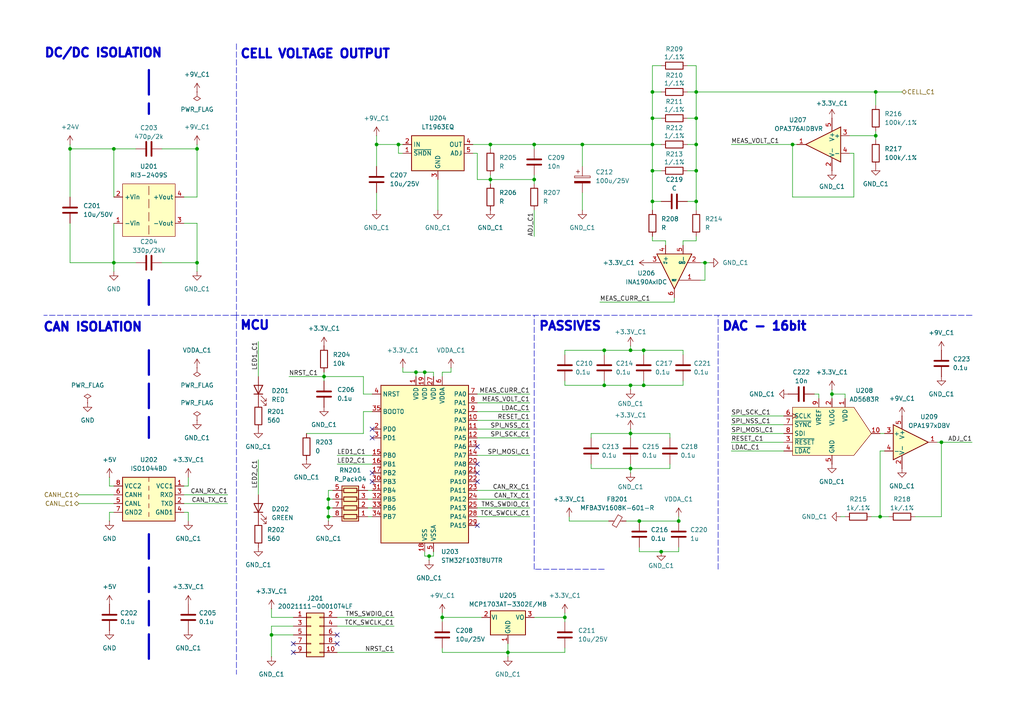
<source format=kicad_sch>
(kicad_sch (version 20231120) (generator "eeschema") (generator_version "8.0")
  (paper "A4")
  (junction (at 196.85 151.13))
  (junction (at 191.77 160.02))
  (junction (at 201.93 58.42))
  (junction (at 189.23 49.53))
  (junction (at 254 39.37))
  (junction (at 123.19 107.95))
  (junction (at 33.02 76.2))
  (junction (at 78.74 184.15))
  (junction (at 229.87 41.91))
  (junction (at 95.25 147.32))
  (junction (at 254 26.67))
  (junction (at 182.88 135.89))
  (junction (at 182.88 101.6))
  (junction (at 142.24 52.07))
  (junction (at 95.25 144.78))
  (junction (at 189.23 26.67))
  (junction (at 95.25 149.86))
  (junction (at 93.98 109.22))
  (junction (at 120.65 107.95))
  (junction (at 163.83 179.07))
  (junction (at 273.05 128.27))
  (junction (at 185.42 151.13))
  (junction (at 142.24 41.91))
  (junction (at 186.69 101.6))
  (junction (at 201.93 49.53))
  (junction (at 189.23 58.42))
  (junction (at 182.88 125.73))
  (junction (at 147.32 189.23))
  (junction (at 57.15 43.18))
  (junction (at 255.27 149.86))
  (junction (at 128.27 179.07))
  (junction (at 201.93 34.29))
  (junction (at 189.23 34.29))
  (junction (at 154.94 41.91))
  (junction (at 186.69 111.76))
  (junction (at 201.93 26.67))
  (junction (at 33.02 43.18))
  (junction (at 201.93 41.91))
  (junction (at 189.23 41.91))
  (junction (at 175.26 111.76))
  (junction (at 182.88 111.76))
  (junction (at 154.94 52.07))
  (junction (at 241.3 114.3))
  (junction (at 124.46 161.29))
  (junction (at 204.47 76.2))
  (junction (at 115.57 41.91))
  (junction (at 175.26 101.6))
  (junction (at 57.15 76.2))
  (junction (at 109.22 41.91))
  (junction (at 20.32 43.18))
  (junction (at 168.91 41.91))
  (no_connect (at 138.43 152.4))
  (no_connect (at 138.43 137.16))
  (no_connect (at 85.09 189.23))
  (no_connect (at 107.95 139.7))
  (no_connect (at 85.09 186.69))
  (no_connect (at 107.95 127))
  (no_connect (at 97.79 184.15))
  (no_connect (at 107.95 137.16))
  (no_connect (at 97.79 186.69))
  (no_connect (at 138.43 134.62))
  (no_connect (at 138.43 139.7))
  (no_connect (at 107.95 124.46))
  (no_connect (at 138.43 129.54))
  (wire (pts (xy 128.27 189.23) (xy 147.32 189.23)))
  (wire (pts (xy 138.43 44.45) (xy 137.16 44.45)))
  (wire (pts (xy 53.34 146.05) (xy 66.04 146.05)))
  (wire (pts (xy 201.93 26.67) (xy 199.39 26.67)))
  (wire (pts (xy 189.23 69.85) (xy 193.04 69.85)))
  (wire (pts (xy 189.23 34.29) (xy 189.23 26.67)))
  (wire (pts (xy 138.43 114.3) (xy 153.67 114.3)))
  (wire (pts (xy 194.31 125.73) (xy 194.31 127)))
  (wire (pts (xy 57.15 64.77) (xy 53.34 64.77)))
  (wire (pts (xy 142.24 41.91) (xy 154.94 41.91)))
  (wire (pts (xy 57.15 64.77) (xy 57.15 76.2)))
  (wire (pts (xy 138.43 121.92) (xy 153.67 121.92)))
  (wire (pts (xy 93.98 107.95) (xy 93.98 109.22)))
  (polyline (pts (xy 43.18 154.94) (xy 43.18 193.04)) (stroke (width 0.6452) (type dash)))
  (wire (pts (xy 163.83 177.8) (xy 163.83 179.07)))
  (wire (pts (xy 123.19 109.22) (xy 123.19 107.95)))
  (wire (pts (xy 163.83 179.07) (xy 163.83 180.34)))
  (wire (pts (xy 138.43 147.32) (xy 153.67 147.32)))
  (wire (pts (xy 97.79 134.62) (xy 107.95 134.62)))
  (wire (pts (xy 138.43 132.08) (xy 153.67 132.08)))
  (wire (pts (xy 33.02 76.2) (xy 39.37 76.2)))
  (wire (pts (xy 138.43 52.07) (xy 138.43 44.45)))
  (wire (pts (xy 139.7 179.07) (xy 128.27 179.07)))
  (wire (pts (xy 189.23 41.91) (xy 191.77 41.91)))
  (wire (pts (xy 105.41 125.73) (xy 105.41 119.38)))
  (wire (pts (xy 186.69 111.76) (xy 198.12 111.76)))
  (wire (pts (xy 201.93 19.05) (xy 199.39 19.05)))
  (wire (pts (xy 204.47 76.2) (xy 204.47 81.28)))
  (wire (pts (xy 185.42 158.75) (xy 185.42 160.02)))
  (wire (pts (xy 109.22 39.37) (xy 109.22 41.91)))
  (wire (pts (xy 163.83 101.6) (xy 163.83 102.87)))
  (wire (pts (xy 182.88 125.73) (xy 171.45 125.73)))
  (wire (pts (xy 255.27 130.81) (xy 256.54 130.81)))
  (wire (pts (xy 74.93 133.35) (xy 74.93 143.51)))
  (wire (pts (xy 189.23 49.53) (xy 189.23 58.42)))
  (wire (pts (xy 201.93 26.67) (xy 201.93 34.29)))
  (wire (pts (xy 142.24 41.91) (xy 142.24 43.18)))
  (wire (pts (xy 109.22 41.91) (xy 115.57 41.91)))
  (wire (pts (xy 175.26 101.6) (xy 175.26 102.87)))
  (wire (pts (xy 163.83 110.49) (xy 163.83 111.76)))
  (wire (pts (xy 95.25 147.32) (xy 95.25 149.86)))
  (wire (pts (xy 227.33 120.65) (xy 212.09 120.65)))
  (wire (pts (xy 95.25 149.86) (xy 95.25 151.13)))
  (wire (pts (xy 78.74 184.15) (xy 78.74 181.61)))
  (wire (pts (xy 165.1 149.86) (xy 165.1 151.13)))
  (wire (pts (xy 95.25 149.86) (xy 96.52 149.86)))
  (wire (pts (xy 120.65 107.95) (xy 123.19 107.95)))
  (wire (pts (xy 128.27 187.96) (xy 128.27 189.23)))
  (wire (pts (xy 115.57 44.45) (xy 115.57 41.91)))
  (wire (pts (xy 165.1 151.13) (xy 176.53 151.13)))
  (wire (pts (xy 39.37 43.18) (xy 33.02 43.18)))
  (wire (pts (xy 138.43 127) (xy 153.67 127)))
  (wire (pts (xy 78.74 181.61) (xy 85.09 181.61)))
  (polyline (pts (xy 281.94 91.44) (xy 68.58 91.44)) (stroke (width 0) (type dash)))
  (wire (pts (xy 128.27 109.22) (xy 128.27 107.95)))
  (polyline (pts (xy 43.18 81.28) (xy 43.18 88.9)) (stroke (width 0.6452) (type dash)))
  (wire (pts (xy 142.24 52.07) (xy 154.94 52.07)))
  (wire (pts (xy 106.68 144.78) (xy 107.95 144.78)))
  (wire (pts (xy 189.23 58.42) (xy 191.77 58.42)))
  (wire (pts (xy 212.09 128.27) (xy 227.33 128.27)))
  (wire (pts (xy 194.31 134.62) (xy 194.31 135.89)))
  (wire (pts (xy 106.68 149.86) (xy 107.95 149.86)))
  (wire (pts (xy 130.81 106.68) (xy 130.81 107.95)))
  (wire (pts (xy 265.43 149.86) (xy 273.05 149.86)))
  (wire (pts (xy 182.88 125.73) (xy 182.88 127)))
  (wire (pts (xy 193.04 69.85) (xy 193.04 71.12)))
  (wire (pts (xy 128.27 179.07) (xy 128.27 180.34)))
  (wire (pts (xy 57.15 41.91) (xy 57.15 43.18)))
  (polyline (pts (xy 43.18 101.6) (xy 43.18 127)) (stroke (width 0.6452) (type dash)))
  (wire (pts (xy 182.88 111.76) (xy 186.69 111.76)))
  (wire (pts (xy 95.25 147.32) (xy 96.52 147.32)))
  (wire (pts (xy 115.57 41.91) (xy 116.84 41.91)))
  (wire (pts (xy 128.27 107.95) (xy 130.81 107.95)))
  (wire (pts (xy 241.3 114.3) (xy 241.3 115.57)))
  (wire (pts (xy 78.74 176.53) (xy 78.74 179.07)))
  (polyline (pts (xy 68.58 91.44) (xy 12.7 91.44)) (stroke (width 0) (type dash)))
  (wire (pts (xy 154.94 52.07) (xy 154.94 53.34)))
  (wire (pts (xy 105.41 119.38) (xy 107.95 119.38)))
  (wire (pts (xy 163.83 111.76) (xy 175.26 111.76)))
  (wire (pts (xy 189.23 58.42) (xy 189.23 60.96)))
  (wire (pts (xy 105.41 109.22) (xy 105.41 114.3)))
  (wire (pts (xy 105.41 109.22) (xy 93.98 109.22)))
  (wire (pts (xy 109.22 48.26) (xy 109.22 41.91)))
  (wire (pts (xy 116.84 107.95) (xy 120.65 107.95)))
  (wire (pts (xy 196.85 158.75) (xy 196.85 160.02)))
  (wire (pts (xy 201.93 26.67) (xy 201.93 19.05)))
  (wire (pts (xy 147.32 189.23) (xy 163.83 189.23)))
  (wire (pts (xy 247.65 57.15) (xy 229.87 57.15)))
  (wire (pts (xy 54.61 148.59) (xy 53.34 148.59)))
  (wire (pts (xy 53.34 140.97) (xy 54.61 140.97)))
  (wire (pts (xy 154.94 43.18) (xy 154.94 41.91)))
  (wire (pts (xy 153.67 116.84) (xy 138.43 116.84)))
  (wire (pts (xy 31.75 138.43) (xy 31.75 140.97)))
  (wire (pts (xy 154.94 179.07) (xy 163.83 179.07)))
  (wire (pts (xy 255.27 149.86) (xy 255.27 130.81)))
  (wire (pts (xy 97.79 189.23) (xy 114.3 189.23)))
  (wire (pts (xy 97.79 179.07) (xy 114.3 179.07)))
  (wire (pts (xy 201.93 69.85) (xy 198.12 69.85)))
  (wire (pts (xy 189.23 41.91) (xy 189.23 34.29)))
  (wire (pts (xy 173.99 87.63) (xy 195.58 87.63)))
  (wire (pts (xy 95.25 142.24) (xy 95.25 144.78)))
  (wire (pts (xy 182.88 101.6) (xy 175.26 101.6)))
  (wire (pts (xy 106.68 142.24) (xy 107.95 142.24)))
  (wire (pts (xy 20.32 41.91) (xy 20.32 43.18)))
  (wire (pts (xy 255.27 125.73) (xy 256.54 125.73)))
  (wire (pts (xy 138.43 142.24) (xy 153.67 142.24)))
  (polyline (pts (xy 154.94 165.1) (xy 154.94 91.44)) (stroke (width 0) (type dash)))
  (wire (pts (xy 189.23 26.67) (xy 189.23 19.05)))
  (wire (pts (xy 168.91 41.91) (xy 168.91 48.26)))
  (wire (pts (xy 195.58 87.63) (xy 195.58 86.36)))
  (wire (pts (xy 189.23 34.29) (xy 191.77 34.29)))
  (wire (pts (xy 189.23 26.67) (xy 191.77 26.67)))
  (wire (pts (xy 31.75 151.13) (xy 31.75 148.59)))
  (wire (pts (xy 120.65 107.95) (xy 120.65 109.22)))
  (wire (pts (xy 83.82 109.22) (xy 93.98 109.22)))
  (wire (pts (xy 142.24 52.07) (xy 138.43 52.07)))
  (wire (pts (xy 116.84 44.45) (xy 115.57 44.45)))
  (wire (pts (xy 22.86 143.51) (xy 33.02 143.51)))
  (wire (pts (xy 138.43 149.86) (xy 153.67 149.86)))
  (polyline (pts (xy 175.26 165.1) (xy 154.94 165.1)) (stroke (width 0) (type dash)))
  (polyline (pts (xy 68.58 12.7) (xy 68.58 91.44)) (stroke (width 0) (type dash)))
  (wire (pts (xy 171.45 135.89) (xy 182.88 135.89)))
  (wire (pts (xy 236.22 114.3) (xy 237.49 114.3)))
  (wire (pts (xy 123.19 107.95) (xy 125.73 107.95)))
  (wire (pts (xy 189.23 19.05) (xy 191.77 19.05)))
  (wire (pts (xy 168.91 55.88) (xy 168.91 60.96)))
  (wire (pts (xy 254 40.64) (xy 254 39.37)))
  (wire (pts (xy 246.38 39.37) (xy 254 39.37)))
  (wire (pts (xy 154.94 41.91) (xy 168.91 41.91)))
  (wire (pts (xy 96.52 142.24) (xy 95.25 142.24)))
  (wire (pts (xy 142.24 52.07) (xy 142.24 53.34)))
  (wire (pts (xy 124.46 161.29) (xy 124.46 162.56)))
  (wire (pts (xy 97.79 181.61) (xy 114.3 181.61)))
  (wire (pts (xy 31.75 140.97) (xy 33.02 140.97)))
  (wire (pts (xy 54.61 151.13) (xy 54.61 148.59)))
  (wire (pts (xy 254 26.67) (xy 261.62 26.67)))
  (wire (pts (xy 185.42 160.02) (xy 191.77 160.02)))
  (wire (pts (xy 201.93 34.29) (xy 199.39 34.29)))
  (wire (pts (xy 196.85 149.86) (xy 196.85 151.13)))
  (wire (pts (xy 88.9 125.73) (xy 105.41 125.73)))
  (wire (pts (xy 237.49 114.3) (xy 237.49 115.57)))
  (wire (pts (xy 201.93 41.91) (xy 199.39 41.91)))
  (wire (pts (xy 204.47 76.2) (xy 205.74 76.2)))
  (wire (pts (xy 78.74 179.07) (xy 85.09 179.07)))
  (wire (pts (xy 199.39 58.42) (xy 201.93 58.42)))
  (wire (pts (xy 175.26 111.76) (xy 182.88 111.76)))
  (wire (pts (xy 198.12 69.85) (xy 198.12 71.12)))
  (wire (pts (xy 181.61 151.13) (xy 185.42 151.13)))
  (wire (pts (xy 201.93 26.67) (xy 254 26.67)))
  (wire (pts (xy 142.24 50.8) (xy 142.24 52.07)))
  (wire (pts (xy 198.12 102.87) (xy 198.12 101.6)))
  (wire (pts (xy 147.32 186.69) (xy 147.32 189.23)))
  (wire (pts (xy 252.73 149.86) (xy 255.27 149.86)))
  (wire (pts (xy 186.69 101.6) (xy 198.12 101.6)))
  (wire (pts (xy 57.15 57.15) (xy 53.34 57.15)))
  (wire (pts (xy 254 38.1) (xy 254 39.37)))
  (wire (pts (xy 182.88 125.73) (xy 194.31 125.73)))
  (wire (pts (xy 247.65 44.45) (xy 246.38 44.45)))
  (wire (pts (xy 74.93 99.06) (xy 74.93 109.22)))
  (wire (pts (xy 22.86 146.05) (xy 33.02 146.05)))
  (wire (pts (xy 186.69 101.6) (xy 182.88 101.6)))
  (wire (pts (xy 245.11 149.86) (xy 243.84 149.86)))
  (wire (pts (xy 137.16 41.91) (xy 142.24 41.91)))
  (wire (pts (xy 33.02 43.18) (xy 33.02 57.15)))
  (wire (pts (xy 78.74 190.5) (xy 78.74 184.15)))
  (wire (pts (xy 247.65 44.45) (xy 247.65 57.15)))
  (wire (pts (xy 109.22 55.88) (xy 109.22 60.96)))
  (wire (pts (xy 171.45 134.62) (xy 171.45 135.89)))
  (wire (pts (xy 116.84 106.68) (xy 116.84 107.95)))
  (wire (pts (xy 127 52.07) (xy 127 60.96)))
  (wire (pts (xy 20.32 64.77) (xy 20.32 76.2)))
  (wire (pts (xy 93.98 109.22) (xy 93.98 110.49)))
  (wire (pts (xy 138.43 119.38) (xy 153.67 119.38)))
  (wire (pts (xy 189.23 49.53) (xy 189.23 41.91)))
  (wire (pts (xy 33.02 64.77) (xy 33.02 76.2)))
  (wire (pts (xy 201.93 49.53) (xy 201.93 41.91)))
  (wire (pts (xy 182.88 135.89) (xy 182.88 137.16)))
  (wire (pts (xy 182.88 111.76) (xy 182.88 113.03)))
  (wire (pts (xy 182.88 124.46) (xy 182.88 125.73)))
  (wire (pts (xy 203.2 81.28) (xy 204.47 81.28)))
  (wire (pts (xy 255.27 149.86) (xy 257.81 149.86)))
  (wire (pts (xy 201.93 34.29) (xy 201.93 41.91)))
  (wire (pts (xy 85.09 184.15) (xy 78.74 184.15)))
  (wire (pts (xy 125.73 160.02) (xy 125.73 161.29)))
  (wire (pts (xy 105.41 114.3) (xy 107.95 114.3)))
  (wire (pts (xy 182.88 100.33) (xy 182.88 101.6)))
  (wire (pts (xy 106.68 147.32) (xy 107.95 147.32)))
  (wire (pts (xy 128.27 177.8) (xy 128.27 179.07)))
  (wire (pts (xy 254 30.48) (xy 254 26.67)))
  (wire (pts (xy 97.79 132.08) (xy 107.95 132.08)))
  (wire (pts (xy 201.93 68.58) (xy 201.93 69.85)))
  (wire (pts (xy 57.15 43.18) (xy 57.15 57.15)))
  (wire (pts (xy 123.19 161.29) (xy 124.46 161.29)))
  (wire (pts (xy 229.87 41.91) (xy 231.14 41.91)))
  (wire (pts (xy 95.25 144.78) (xy 96.52 144.78)))
  (wire (pts (xy 182.88 135.89) (xy 194.31 135.89)))
  (wire (pts (xy 182.88 134.62) (xy 182.88 135.89)))
  (polyline (pts (xy 43.18 81.28) (xy 43.18 88.9)) (stroke (width 0.6452) (type dash)))
  (wire (pts (xy 31.75 148.59) (xy 33.02 148.59)))
  (wire (pts (xy 171.45 125.73) (xy 171.45 127)))
  (wire (pts (xy 53.34 143.51) (xy 66.04 143.51)))
  (wire (pts (xy 186.69 101.6) (xy 186.69 102.87)))
  (polyline (pts (xy 43.18 20.32) (xy 43.18 33.02)) (stroke (width 0.6452) (type dash)))
  (polyline (pts (xy 68.58 91.44) (xy 68.58 195.58)) (stroke (width 0) (type dash)))
  (wire (pts (xy 201.93 49.53) (xy 201.93 58.42)))
  (wire (pts (xy 138.43 144.78) (xy 153.67 144.78)))
  (wire (pts (xy 95.25 144.78) (xy 95.25 147.32)))
  (wire (pts (xy 191.77 49.53) (xy 189.23 49.53)))
  (wire (pts (xy 203.2 76.2) (xy 204.47 76.2)))
  (wire (pts (xy 123.19 160.02) (xy 123.19 161.29)))
  (wire (pts (xy 273.05 128.27) (xy 281.94 128.27)))
  (polyline (pts (xy 208.28 165.1) (xy 208.28 91.44)) (stroke (width 0) (type dash)))
  (wire (pts (xy 198.12 111.76) (xy 198.12 110.49)))
  (wire (pts (xy 57.15 76.2) (xy 57.15 78.74)))
  (wire (pts (xy 212.09 130.81) (xy 227.33 130.81)))
  (wire (pts (xy 199.39 49.53) (xy 201.93 49.53)))
  (wire (pts (xy 125.73 109.22) (xy 125.73 107.95)))
  (wire (pts (xy 175.26 110.49) (xy 175.26 111.76)))
  (wire (pts (xy 138.43 124.46) (xy 153.67 124.46)))
  (wire (pts (xy 241.3 113.03) (xy 241.3 114.3)))
  (wire (pts (xy 191.77 160.02) (xy 196.85 160.02)))
  (wire (pts (xy 185.42 151.13) (xy 196.85 151.13)))
  (wire (pts (xy 201.93 58.42) (xy 201.93 60.96)))
  (wire (pts (xy 46.99 43.18) (xy 57.15 43.18)))
  (wire (pts (xy 124.46 161.29) (xy 125.73 161.29)))
  (wire (pts (xy 189.23 68.58) (xy 189.23 69.85)))
  (wire (pts (xy 54.61 138.43) (xy 54.61 140.97)))
  (wire (pts (xy 46.99 76.2) (xy 57.15 76.2)))
  (wire (pts (xy 212.09 41.91) (xy 229.87 41.91)))
  (wire (pts (xy 229.87 57.15) (xy 229.87 41.91)))
  (wire (pts (xy 20.32 43.18) (xy 20.32 57.15)))
  (wire (pts (xy 241.3 114.3) (xy 245.11 114.3)))
  (wire (pts (xy 154.94 60.96) (xy 154.94 68.58)))
  (wire (pts (xy 20.32 76.2) (xy 33.02 76.2)))
  (wire (pts (xy 163.83 187.96) (xy 163.83 189.23)))
  (wire (pts (xy 186.69 110.49) (xy 186.69 111.76)))
  (wire (pts (xy 273.05 128.27) (xy 273.05 149.86)))
  (wire (pts (xy 227.33 125.73) (xy 212.09 125.73)))
  (wire (pts (xy 273.05 128.27) (xy 271.78 128.27)))
  (wire (pts (xy 33.02 76.2) (xy 33.02 78.74)))
  (wire (pts (xy 245.11 114.3) (xy 245.11 115.57)))
  (wire (pts (xy 175.26 101.6) (xy 163.83 101.6)))
  (wire (pts (xy 147.32 189.23) (xy 147.32 190.5)))
  (wire (pts (xy 20.32 43.18) (xy 33.02 43.18)))
  (wire (pts (xy 227.33 123.19) (xy 212.09 123.19)))
  (wire (pts (xy 168.91 41.91) (xy 189.23 41.91)))
  (wire (pts (xy 154.94 52.07) (xy 154.94 50.8)))
  (text "DAC - 16bit" (at 221.742 94.742 0) (effects (font (size 2.54 2.54) (thickness 0.762) (bold yes))))
  (text "DC/DC ISOLATION" (at 29.972 15.494 0) (effects (font (size 2.54 2.54) (thickness 0.762) (bold yes))))
  (text "CELL VOLTAGE OUTPUT" (at 91.44 15.748 0) (effects (font (size 2.54 2.54) (thickness 0.762) (bold yes))))
  (text "CAN ISOLATION" (at 26.924 94.996 0) (effects (font (size 2.54 2.54) (thickness 0.762) (bold yes))))
  (text "MCU" (at 73.914 94.488 0) (effects (font (size 2.54 2.54) (thickness 0.762) (bold yes))))
  (text "PASSIVES" (at 165.354 94.742 0) (effects (font (size 2.54 2.54) (thickness 0.762) (bold yes))))
  (label "LDAC_C1" (at 153.67 119.38 180))
  (label "NRST_C1" (at 83.82 109.22 0))
  (label "SPI_SCK_C1" (at 212.09 120.65 0))
  (label "MEAS_CURR_C1" (at 153.67 114.3 180))
  (label "LED2_C1" (at 97.79 134.62 0))
  (label "TCK_SWCLK_C1" (at 114.3 181.61 180))
  (label "ADJ_C1" (at 281.94 128.27 180))
  (label "ADJ_C1" (at 154.94 68.58 90))
  (label "SPI_MOSI_C1" (at 153.67 132.08 180))
  (label "LED1_C1" (at 74.93 99.06 270))
  (label "LDAC_C1" (at 212.09 130.81 0))
  (label "TMS_SWDIO_C1" (at 153.67 147.32 180))
  (label "SPI_NSS_C1" (at 153.67 124.46 180))
  (label "SPI_SCK_C1" (at 153.67 127 180))
  (label "LED1_C1" (at 97.79 132.08 0))
  (label "SPI_MOSI_C1" (at 212.09 125.73 0))
  (label "MEAS_VOLT_C1" (at 212.09 41.91 0))
  (label "MEAS_VOLT_C1" (at 153.67 116.84 180))
  (label "RESET_C1" (at 153.67 121.92 180))
  (label "SPI_NSS_C1" (at 212.09 123.19 0))
  (label "RESET_C1" (at 212.09 128.27 0))
  (label "LED2_C1" (at 74.93 133.35 270))
  (label "MEAS_CURR_C1" (at 173.99 87.63 0))
  (label "CAN_RX_C1" (at 153.67 142.24 180))
  (label "TCK_SWCLK_C1" (at 153.67 149.86 180))
  (label "TMS_SWDIO_C1" (at 114.3 179.07 180))
  (label "CAN_TX_C1" (at 66.04 146.05 180))
  (label "CAN_RX_C1" (at 66.04 143.51 180))
  (label "CAN_TX_C1" (at 153.67 144.78 180))
  (label "NRST_C1" (at 114.3 189.23 180))
  (hierarchical_label "CELL_C1" (shape bidirectional) (at 261.62 26.67 0))
  (hierarchical_label "CANL_C1" (shape bidirectional) (at 22.86 146.05 180))
  (hierarchical_label "CANH_C1" (shape bidirectional) (at 22.86 143.51 180))
  (symbol (lib_id "ETH1SBATT12:GND_C1") (at 147.32 190.5 0) (unit 1)
    (property "Reference" "#PWR0233" (effects (hide yes)))
    (property "Value" "GND_C1" (at 147.32 195.58 0))
    (property "Description" "Power symbol creates a global label with name \"GND\" , ground" (effects (hide yes)))
  )
  (symbol (lib_id "ETH1SBATT12:GND_C1") (at 124.46 162.56 0) (unit 1)
    (property "Reference" "#PWR0228" (effects (hide yes)))
    (property "Value" "GND_C1" (at 124.46 167.64 0))
    (property "Description" "Power symbol creates a global label with name \"GND\" , ground" (effects (hide yes)))
  )
  (symbol (lib_id "ETH1SBATT12:+9V_C1") (at 128.27 177.8 0) (unit 1)
    (property "Reference" "#PWR0230" (effects (hide yes)))
    (property "Value" "+9V_C1" (at 128.27 172.72 0))
    (property "Description" "Power symbol creates a global label with name \"+3.3V\"" (effects (hide yes)))
  )
  (symbol (lib_id "Device:C") (at 232.41 114.3 90) (unit 1)
    (property "Reference" "C222" (at 232.41 107.95 90))
    (property "Value" "10n" (at 232.41 110.49 90))
    (property "Footprint" "Capacitor_SMD:C_0402_1005Metric_Pad0.74x0.62mm_HandSolder" (effects (hide yes)))
    (property "Description" "Unpolarized capacitor" (effects (hide yes)))
  )
  (symbol (lib_id "Device:C") (at 163.83 106.68 0) (unit 1)
    (property "Reference" "C210" (at 166.878 105.41 0) (effects (justify left)))
    (property "Value" "0.1u" (at 166.878 107.95 0) (effects (justify left)))
    (property "Footprint" "Capacitor_SMD:C_0402_1005Metric_Pad0.74x0.62mm_HandSolder" (effects (hide yes)))
    (property "Description" "Unpolarized capacitor" (effects (hide yes)))
  )
  (symbol (lib_id "Device:R") (at 254 34.29 0) (unit 1)
    (property "Reference" "R216" (at 256.54 33.0199 0) (effects (justify left)))
    (property "Value" "100k/.1%" (at 256.54 35.5599 0) (effects (justify left)))
    (property "Footprint" "Resistor_SMD:R_0402_1005Metric_Pad0.72x0.64mm_HandSolder" (effects (hide yes)))
    (property "Description" "Resistor" (effects (hide yes)))
  )
  (symbol (lib_id "power:PWR_FLAG") (at 57.15 106.68 180) (unit 1)
    (property "Reference" "#FLG0203" (effects (hide yes)))
    (property "Value" "PWR_FLAG" (at 57.15 111.76 0))
    (property "Description" "Special symbol for telling ERC where power comes from" (effects (hide yes)))
  )
  (symbol (lib_id "Device:R") (at 201.93 64.77 0) (unit 1)
    (property "Reference" "R214" (at 204.47 63.4999 0) (effects (justify left)))
    (property "Value" "R" (at 204.47 66.0399 0) (effects (justify left)))
    (property "Footprint" "Resistor_SMD:R_0402_1005Metric_Pad0.72x0.64mm_HandSolder" (effects (hide yes)))
    (property "Description" "Resistor" (effects (hide yes)))
  )
  (symbol (lib_id "ETH1SBATT12:+9V_C1") (at 109.22 39.37 0) (unit 1)
    (property "Reference" "#PWR0225" (effects (hide yes)))
    (property "Value" "+9V_C1" (at 109.22 34.29 0))
    (property "Description" "Power symbol creates a global label with name \"+3.3V\"" (effects (hide yes)))
  )
  (symbol (lib_id "Device:R") (at 93.98 104.14 0) (unit 1)
    (property "Reference" "R204" (at 96.52 102.8699 0) (effects (justify left)))
    (property "Value" "10k" (at 96.52 105.4099 0) (effects (justify left)))
    (property "Footprint" "Resistor_SMD:R_0402_1005Metric_Pad0.72x0.64mm_HandSolder" (effects (hide yes)))
    (property "Description" "Resistor" (effects (hide yes)))
  )
  (symbol (lib_id "Device:R") (at 254 44.45 0) (unit 1)
    (property "Reference" "R217" (at 256.54 43.1799 0) (effects (justify left)))
    (property "Value" "100k/.1%" (at 256.54 45.7199 0) (effects (justify left)))
    (property "Footprint" "Resistor_SMD:R_0402_1005Metric_Pad0.72x0.64mm_HandSolder" (effects (hide yes)))
    (property "Description" "Resistor" (effects (hide yes)))
  )
  (symbol (lib_id "ETH1SBATT12:GND_C1") (at 261.62 135.89 0) (unit 1)
    (property "Reference" "#PWR0253" (effects (hide yes)))
    (property "Value" "GND_C1" (at 261.62 140.97 0))
    (property "Description" "Power symbol creates a global label with name \"GND\" , ground" (effects (hide yes)))
  )
  (symbol (lib_id "ETH1SBATT12:+3.3V_C1") (at 241.3 34.29 0) (unit 1)
    (property "Reference" "#PWR0246" (effects (hide yes)))
    (property "Value" "+3.3V_C1" (at 241.3 29.972 0))
    (property "Description" "Power symbol creates a global label with name \"+3.3V\"" (effects (hide yes)))
  )
  (symbol (lib_id "Amplifier_Operational:OPA376xxDBV") (at 238.76 41.91 0) (mirror y) (unit 1)
    (property "Reference" "U207" (at 231.394 34.798 0))
    (property "Value" "OPA376AIDBVR" (at 231.648 37.338 0))
    (property "Footprint" "Package_TO_SOT_SMD:SOT-23-5" (effects (hide yes)))
    (property "Datasheet" "http://www.ti.com/lit/ds/symlink/opa376.pdf" (effects (hide yes)))
    (property "Description" "Single Low-Noise, Low Quiescent Current, Precision Operational Amplifier e-trim Series, SOT-23-5" (effects (hide yes)))
  )
  (symbol (lib_id "power:PWR_FLAG") (at 25.4 116.84 0) (unit 1)
    (property "Reference" "#FLG0201" (effects (hide yes)))
    (property "Value" "PWR_FLAG" (at 25.4 111.76 0))
    (property "Description" "Special symbol for telling ERC where power comes from" (effects (hide yes)))
  )
  (symbol (lib_id "ETH1SBATT12:GND_C1") (at 228.6 114.3 270) (unit 1)
    (property "Reference" "#PWR0245" (effects (hide yes)))
    (property "Value" "GND_C1" (at 224.79 114.2999 90) (effects (justify right)))
    (property "Description" "Power symbol creates a global label with name \"GND\" , ground" (effects (hide yes)))
  )
  (symbol (lib_id "Device:C") (at 54.61 179.07 0) (unit 1)
    (property "Reference" "C205" (at 57.658 177.8 0) (effects (justify left)))
    (property "Value" "0.1u" (at 57.658 180.34 0) (effects (justify left)))
    (property "Footprint" "Capacitor_SMD:C_0402_1005Metric_Pad0.74x0.62mm_HandSolder" (effects (hide yes)))
    (property "Description" "Unpolarized capacitor" (effects (hide yes)))
  )
  (symbol (lib_id "ETH1SBATT12:+3.3V_C1") (at 78.74 176.53 0) (unit 1)
    (property "Reference" "#PWR0219" (effects (hide yes)))
    (property "Value" "+3.3V_C1" (at 78.74 171.45 0))
    (property "Description" "Power symbol creates a global label with name \"+3.3V\"" (effects (hide yes)))
  )
  (symbol (lib_id "ETH1SBATT12:VDDA_C1") (at 130.81 106.68 0) (unit 1)
    (property "Reference" "#PWR0231" (effects (hide yes)))
    (property "Value" "VDDA_C1" (at 130.81 101.6 0))
    (property "Description" "Power symbol creates a global label with name \"+3.3V\"" (effects (hide yes)))
  )
  (symbol (lib_id "Device:C") (at 163.83 184.15 0) (unit 1)
    (property "Reference" "C211" (at 167.64 182.8799 0) (effects (justify left)))
    (property "Value" "10u/25V" (at 167.64 185.4199 0) (effects (justify left)))
    (property "Footprint" "Capacitor_SMD:C_1206_3216Metric_Pad1.33x1.80mm_HandSolder" (effects (hide yes)))
    (property "Description" "Unpolarized capacitor" (effects (hide yes)))
  )
  (symbol (lib_id "power:+5V") (at 31.75 175.26 0) (unit 1)
    (property "Reference" "#PWR0205" (effects (hide yes)))
    (property "Value" "+5V" (at 31.75 170.18 0))
    (property "Description" "Power symbol creates a global label with name \"+5V\"" (effects (hide yes)))
  )
  (symbol (lib_id "ETH1SBATT12:GND_C1") (at 205.74 76.2 90) (unit 1)
    (property "Reference" "#PWR0244" (effects (hide yes)))
    (property "Value" "GND_C1" (at 209.55 76.1999 90) (effects (justify right)))
    (property "Description" "Power symbol creates a global label with name \"GND\" , ground" (effects (hide yes)))
  )
  (symbol (lib_id "Amplifier_Operational:OPA197xDBV") (at 264.16 128.27 0) (unit 1)
    (property "Reference" "U209" (at 269.494 120.904 0))
    (property "Value" "OPA197xDBV" (at 269.494 123.444 0))
    (property "Footprint" "Package_TO_SOT_SMD:SOT-23-5" (effects (hide yes)))
    (property "Datasheet" "http://www.ti.com/lit/ds/symlink/opa197.pdf" (effects (hide yes)))
    (property "Description" "Single 36V, Precision, Rail-to-Rail Input/Output, Low Offset Voltage, Operational Amplifier, SOT-23" (effects (hide yes)))
  )
  (symbol (lib_id "ETH1SBATT12:INA190AxIDC") (at 195.58 77.47 90) (mirror x) (unit 1)
    (property "Reference" "U206" (at 187.452 79.248 90))
    (property "Value" "INA190AxIDC" (at 187.452 81.788 90))
    (property "Footprint" "Package_TO_SOT_SMD:Texas_R-PDSO-G6" (effects (hide yes)))
    (property "Datasheet" "https://www.ti.com/lit/ds/symlink/ina190.pdf?ts=1726129105070&ref_url=https%253A%252F%252Fwww.ti.com%252Fproduct%252FINA190" (effects (hide yes)))
    (property "Description" "INA190 Bidirectional, Low-Power, Zero-Drift, Wide Dynamic Range, Precision Current-Sense Amplifier With Enable" (effects (hide yes)))
  )
  (symbol (lib_id "power:+24V") (at 20.32 41.91 0) (unit 1)
    (property "Reference" "#PWR0201" (effects (hide yes)))
    (property "Value" "+24V" (at 20.32 36.83 0))
    (property "Description" "Power symbol creates a global label with name \"+24V\"" (effects (hide yes)))
  )
  (symbol (lib_id "ETH1SBATT12:+3.3V_C1") (at 54.61 138.43 0) (unit 1)
    (property "Reference" "#PWR0208" (effects (hide yes)))
    (property "Value" "+3.3V_C1" (at 54.61 133.35 0))
    (property "Description" "Power symbol creates a global label with name \"+3.3V\"" (effects (hide yes)))
  )
  (symbol (lib_id "Regulator_Linear:MCP1703Ax-330xxMB") (at 147.32 179.07 0) (unit 1)
    (property "Reference" "U205" (at 147.32 172.72 0))
    (property "Value" "MCP1703AT-3302E/MB" (at 147.32 175.26 0))
    (property "Footprint" "Package_TO_SOT_SMD:SOT-89-3" (effects (hide yes)))
    (property "Datasheet" "http://ww1.microchip.com/downloads/en/DeviceDoc/20005122B.pdf" (effects (hide yes)))
    (property "Description" "Low Quiescent Current LDO Regulator, 3.3V, 250mA, Vin<=16V, SOT-89" (effects (hide yes)))
  )
  (symbol (lib_id "Device:C") (at 194.31 130.81 0) (unit 1)
    (property "Reference" "C218" (at 197.358 129.54 0) (effects (justify left)))
    (property "Value" "0.1u" (at 197.358 132.08 0) (effects (justify left)))
    (property "Footprint" "Capacitor_SMD:C_0402_1005Metric_Pad0.74x0.62mm_HandSolder" (effects (hide yes)))
    (property "Description" "Unpolarized capacitor" (effects (hide yes)))
  )
  (symbol (lib_id "MCU_ST_STM32F1:STM32F103T8Ux") (at 123.19 134.62 0) (unit 1)
    (property "Reference" "U203" (at 127.9241 160.02 0) (effects (justify left)))
    (property "Value" "STM32F103T8U7TR" (at 127.9241 162.56 0) (effects (justify left)))
    (property "Footprint" "Package_DFN_QFN:QFN-36-1EP_6x6mm_P0.5mm_EP4.1x4.1mm_ThermalVias" (effects (hide yes)))
    (property "Datasheet" "https://www.st.com/resource/en/datasheet/stm32f103t8.pdf" (effects (hide yes)))
    (property "Description" "STMicroelectronics Arm Cortex-M3 MCU, 64KB flash, 20KB RAM, 72 MHz, 2.0-3.6V, 26 GPIO, VFQFPN36" (effects (hide yes)))
  )
  (symbol (lib_id "Device:C") (at 43.18 43.18 90) (unit 1)
    (property "Reference" "C203" (at 43.18 37.084 90))
    (property "Value" "470p/2k" (at 43.18 39.624 90))
    (property "Footprint" "Capacitor_SMD:C_1206_3216Metric_Pad1.33x1.80mm_HandSolder" (effects (hide yes)))
    (property "Description" "Unpolarized capacitor" (effects (hide yes)))
  )
  (symbol (lib_id "ETH1SBATT12:+3.3V_C1") (at 93.98 100.33 0) (unit 1)
    (property "Reference" "#PWR0222" (effects (hide yes)))
    (property "Value" "+3.3V_C1" (at 93.98 95.25 0))
    (property "Description" "Power symbol creates a global label with name \"+3.3V\"" (effects (hide yes)))
  )
  (symbol (lib_id "Device:C") (at 154.94 46.99 0) (unit 1)
    (property "Reference" "C209" (at 158.75 45.7199 0) (effects (justify left)))
    (property "Value" "10n" (at 158.75 48.2599 0) (effects (justify left)))
    (property "Footprint" "Capacitor_SMD:C_0402_1005Metric_Pad0.74x0.62mm_HandSolder" (effects (hide yes)))
    (property "Description" "Unpolarized capacitor" (effects (hide yes)))
  )
  (symbol (lib_id "Device:LED") (at 74.93 147.32 90) (unit 1)
    (property "Reference" "D202" (at 78.74 147.6374 90) (effects (justify right)))
    (property "Value" "GREEN" (at 78.74 150.1774 90) (effects (justify right)))
    (property "Footprint" "LED_SMD:LED_0402_1005Metric_Pad0.77x0.64mm_HandSolder" (effects (hide yes)))
    (property "Description" "Light emitting diode" (effects (hide yes)))
  )
  (symbol (lib_id "power:PWR_FLAG") (at 57.15 121.92 0) (unit 1)
    (property "Reference" "#FLG0204" (effects (hide yes)))
    (property "Value" "PWR_FLAG" (at 57.15 116.84 0))
    (property "Description" "Special symbol for telling ERC where power comes from" (effects (hide yes)))
  )
  (symbol (lib_id "ETH1SBATT12:+3.3V_C1") (at 182.88 124.46 0) (unit 1)
    (property "Reference" "#PWR0239" (effects (hide yes)))
    (property "Value" "+3.3V_C1" (at 182.88 120.396 0))
    (property "Description" "Power symbol creates a global label with name \"+3.3V\"" (effects (hide yes)))
  )
  (symbol (lib_id "ETH1SBATT12:GND_C1") (at 254 48.26 0) (unit 1)
    (property "Reference" "#PWR0251" (effects (hide yes)))
    (property "Value" "GND_C1" (at 254 53.34 0))
    (property "Description" "Power symbol creates a global label with name \"GND\" , ground" (effects (hide yes)))
  )
  (symbol (lib_id "Device:R") (at 74.93 120.65 0) (unit 1)
    (property "Reference" "R201" (at 77.47 119.3799 0) (effects (justify left)))
    (property "Value" "560" (at 77.47 121.9199 0) (effects (justify left)))
    (property "Footprint" "Resistor_SMD:R_0402_1005Metric_Pad0.72x0.64mm_HandSolder" (effects (hide yes)))
    (property "Description" "Resistor" (effects (hide yes)))
  )
  (symbol (lib_id "Device:C") (at 93.98 114.3 0) (unit 1)
    (property "Reference" "C206" (at 97.79 113.0299 0) (effects (justify left)))
    (property "Value" "0.1u" (at 97.79 115.5699 0) (effects (justify left)))
    (property "Footprint" "Capacitor_SMD:C_0402_1005Metric_Pad0.74x0.62mm_HandSolder" (effects (hide yes)))
    (property "Description" "Unpolarized capacitor" (effects (hide yes)))
  )
  (symbol (lib_id "Device:C") (at 175.26 106.68 0) (unit 1)
    (property "Reference" "C214" (at 178.562 105.41 0) (effects (justify left)))
    (property "Value" "0.1u" (at 178.562 107.95 0) (effects (justify left)))
    (property "Footprint" "Capacitor_SMD:C_0402_1005Metric_Pad0.74x0.62mm_HandSolder" (effects (hide yes)))
    (property "Description" "Unpolarized capacitor" (effects (hide yes)))
  )
  (symbol (lib_id "power:+5V") (at 31.75 138.43 0) (unit 1)
    (property "Reference" "#PWR0203" (effects (hide yes)))
    (property "Value" "+5V" (at 31.75 133.35 0))
    (property "Description" "Power symbol creates a global label with name \"+5V\"" (effects (hide yes)))
  )
  (symbol (lib_id "ETH1SBATT12:VDDA_C1") (at 57.15 106.68 0) (unit 1)
    (property "Reference" "#PWR0215" (effects (hide yes)))
    (property "Value" "VDDA_C1" (at 57.15 101.6 0))
    (property "Description" "Power symbol creates a global label with name \"+3.3V\"" (effects (hide yes)))
  )
  (symbol (lib_id "ETH1SBATT12:GND_C1") (at 273.05 109.22 0) (unit 1)
    (property "Reference" "#PWR0255" (effects (hide yes)))
    (property "Value" "GND_C1" (at 273.05 114.3 0))
    (property "Description" "Power symbol creates a global label with name \"GND\" , ground" (effects (hide yes)))
  )
  (symbol (lib_id "ETH1SBATT12:GND_C1") (at 168.91 60.96 0) (unit 1)
    (property "Reference" "#PWR0236" (effects (hide yes)))
    (property "Value" "GND_C1" (at 168.91 66.04 0))
    (property "Description" "Power symbol creates a global label with name \"GND\" , ground" (effects (hide yes)))
  )
  (symbol (lib_id "Device:C") (at 109.22 52.07 0) (unit 1)
    (property "Reference" "C207" (at 113.03 50.7999 0) (effects (justify left)))
    (property "Value" "10u/25V" (at 113.03 53.3399 0) (effects (justify left)))
    (property "Footprint" "Capacitor_SMD:C_1206_3216Metric_Pad1.33x1.80mm_HandSolder" (effects (hide yes)))
    (property "Description" "Unpolarized capacitor" (effects (hide yes)))
  )
  (symbol (lib_id "ETH1SBATT12:GND_C1") (at 182.88 137.16 0) (unit 1)
    (property "Reference" "#PWR0240" (effects (hide yes)))
    (property "Value" "GND_C1" (at 182.88 141.224 0))
    (property "Description" "Power symbol creates a global label with name \"GND\" , ground" (effects (hide yes)))
  )
  (symbol (lib_id "Regulator_Linear:LT1963EQ") (at 127 44.45 0) (unit 1)
    (property "Reference" "U204" (at 127 34.29 0))
    (property "Value" "LT1963EQ" (at 127 36.83 0))
    (property "Footprint" "Package_TO_SOT_SMD:TO-263-5_TabPin3" (effects (hide yes)))
    (property "Datasheet" "https://www.analog.com/media/en/technical-documentation/data-sheets/1963fc.pdf" (effects (hide yes)))
    (property "Description" "1.5A, Adjustable, Low Noise, Linear Voltage Regulator, TO-263-5" (effects (hide yes)))
  )
  (symbol (lib_id "Interface_CAN_LIN:ISO1044BD") (at 43.18 143.51 0) (mirror y) (unit 1)
    (property "Reference" "U202" (at 43.18 133.35 0))
    (property "Value" "ISO1044BD" (at 43.18 135.89 0))
    (property "Footprint" "Package_SO:SOIC-8_3.9x4.9mm_P1.27mm" (effects (hide yes)))
    (property "Datasheet" "https://www.ti.com/lit/ds/symlink/iso1044.pdf" (effects (hide yes)))
    (property "Description" "Isolated CAN FD Transceiver, SOIC-8" (effects (hide yes)))
  )
  (symbol (lib_id "ETH1SBATT12:+3.3V_C1") (at 165.1 149.86 0) (unit 1)
    (property "Reference" "#PWR0235" (effects (hide yes)))
    (property "Value" "+3.3V_C1" (at 165.1 144.78 0))
    (property "Description" "Power symbol creates a global label with name \"+3.3V\"" (effects (hide yes)))
  )
  (symbol (lib_id "ETH1SBATT12:+9V_C1") (at 261.62 120.65 0) (unit 1)
    (property "Reference" "#PWR0252" (effects (hide yes)))
    (property "Value" "+9V_C1" (at 261.62 115.57 0))
    (property "Description" "Power symbol creates a global label with name \"+3.3V\"" (effects (hide yes)))
  )
  (symbol (lib_id "Device:R") (at 195.58 49.53 90) (unit 1)
    (property "Reference" "R213" (at 195.58 44.704 90))
    (property "Value" "1/.1%" (at 195.58 46.99 90))
    (property "Footprint" "Resistor_SMD:R_0805_2012Metric_Pad1.20x1.40mm_HandSolder" (effects (hide yes)))
    (property "Description" "Resistor" (effects (hide yes)))
  )
  (symbol (lib_id "Device:R_Pack04") (at 101.6 144.78 90) (unit 1)
    (property "Reference" "RN201" (at 101.6 136.398 90))
    (property "Value" "R_Pack04" (at 101.6 138.938 90))
    (property "Footprint" "Resistor_SMD:R_Array_Convex_4x0603" (effects (hide yes)))
    (property "Description" "4 resistor network, parallel topology" (effects (hide yes)))
  )
  (symbol (lib_id "ETH1SBATT12:+3.3V_C1") (at 163.83 177.8 0) (unit 1)
    (property "Reference" "#PWR0234" (effects (hide yes)))
    (property "Value" "+3.3V_C1" (at 163.83 172.72 0))
    (property "Description" "Power symbol creates a global label with name \"+3.3V\"" (effects (hide yes)))
  )
  (symbol (lib_id "Device:C") (at 20.32 60.96 0) (unit 1)
    (property "Reference" "C201" (at 24.13 59.6899 0) (effects (justify left)))
    (property "Value" "10u/50V" (at 24.13 62.2299 0) (effects (justify left)))
    (property "Footprint" "Capacitor_SMD:C_1206_3216Metric_Pad1.33x1.80mm_HandSolder" (effects (hide yes)))
    (property "Description" "Unpolarized capacitor" (effects (hide yes)))
  )
  (symbol (lib_id "ETH1SBATT12:GND_C1") (at 243.84 149.86 270) (unit 1)
    (property "Reference" "#PWR0250" (effects (hide yes)))
    (property "Value" "GND_C1" (at 240.03 149.8599 90) (effects (justify right)))
    (property "Description" "Power symbol creates a global label with name \"GND\" , ground" (effects (hide yes)))
  )
  (symbol (lib_id "Device:C") (at 273.05 105.41 0) (unit 1)
    (property "Reference" "C223" (at 276.352 104.14 0) (effects (justify left)))
    (property "Value" "0.1u" (at 276.352 106.68 0) (effects (justify left)))
    (property "Footprint" "Capacitor_SMD:C_0402_1005Metric_Pad0.74x0.62mm_HandSolder" (effects (hide yes)))
    (property "Description" "Unpolarized capacitor" (effects (hide yes)))
  )
  (symbol (lib_id "Device:R") (at 154.94 57.15 0) (unit 1)
    (property "Reference" "R207" (at 157.48 55.8799 0) (effects (justify left)))
    (property "Value" "R" (at 157.48 58.4199 0) (effects (justify left)))
    (property "Footprint" "Resistor_SMD:R_0402_1005Metric_Pad0.72x0.64mm_HandSolder" (effects (hide yes)))
    (property "Description" "Resistor" (effects (hide yes)))
  )
  (symbol (lib_id "ETH1SBATT12:GND_C1") (at 95.25 151.13 0) (unit 1)
    (property "Reference" "#PWR0224" (effects (hide yes)))
    (property "Value" "GND_C1" (at 95.25 156.21 0))
    (property "Description" "Power symbol creates a global label with name \"GND\" , ground" (effects (hide yes)))
  )
  (symbol (lib_id "Device:R") (at 74.93 154.94 0) (unit 1)
    (property "Reference" "R202" (at 77.47 153.6699 0) (effects (justify left)))
    (property "Value" "560" (at 77.47 156.2099 0) (effects (justify left)))
    (property "Footprint" "Resistor_SMD:R_0402_1005Metric_Pad0.72x0.64mm_HandSolder" (effects (hide yes)))
    (property "Description" "Resistor" (effects (hide yes)))
  )
  (symbol (lib_id "power:GND") (at 31.75 182.88 0) (unit 1)
    (property "Reference" "#PWR0206" (effects (hide yes)))
    (property "Value" "GND" (at 31.75 187.96 0))
    (property "Description" "Power symbol creates a global label with name \"GND\" , ground" (effects (hide yes)))
  )
  (symbol (lib_id "power:GND") (at 33.02 78.74 0) (unit 1)
    (property "Reference" "#PWR0207" (effects (hide yes)))
    (property "Value" "GND" (at 33.02 83.82 0))
    (property "Description" "Power symbol creates a global label with name \"GND\" , ground" (effects (hide yes)))
  )
  (symbol (lib_id "ETH1SBATT12:+9V_C1") (at 57.15 26.67 0) (unit 1)
    (property "Reference" "#PWR0212" (effects (hide yes)))
    (property "Value" "+9V_C1" (at 57.15 21.59 0))
    (property "Description" "Power symbol creates a global label with name \"+3.3V\"" (effects (hide yes)))
  )
  (symbol (lib_id "Device:C") (at 196.85 154.94 0) (unit 1)
    (property "Reference" "C220" (at 200.152 153.67 0) (effects (justify left)))
    (property "Value" "1u" (at 200.152 156.21 0) (effects (justify left)))
    (property "Footprint" "Capacitor_SMD:C_0402_1005Metric_Pad0.74x0.62mm_HandSolder" (effects (hide yes)))
    (property "Description" "Unpolarized capacitor" (effects (hide yes)))
  )
  (symbol (lib_id "ETH1SBATT12:GND_C1") (at 127 60.96 0) (unit 1)
    (property "Reference" "#PWR0229" (effects (hide yes)))
    (property "Value" "GND_C1" (at 127 66.04 0))
    (property "Description" "Power symbol creates a global label with name \"GND\" , ground" (effects (hide yes)))
  )
  (symbol (lib_id "ETH1SBATT12:GND_C1") (at 78.74 190.5 0) (unit 1)
    (property "Reference" "#PWR0220" (effects (hide yes)))
    (property "Value" "GND_C1" (at 78.74 195.58 0))
    (property "Description" "Power symbol creates a global label with name \"GND\" , ground" (effects (hide yes)))
  )
  (symbol (lib_id "Device:C") (at 171.45 130.81 0) (unit 1)
    (property "Reference" "C213" (at 174.498 129.54 0) (effects (justify left)))
    (property "Value" "0.1u" (at 174.498 132.08 0) (effects (justify left)))
    (property "Footprint" "Capacitor_SMD:C_0402_1005Metric_Pad0.74x0.62mm_HandSolder" (effects (hide yes)))
    (property "Description" "Unpolarized capacitor" (effects (hide yes)))
  )
  (symbol (lib_id "Device:C_Polarized") (at 168.91 52.07 0) (unit 1)
    (property "Reference" "C212" (at 172.72 49.9109 0) (effects (justify left)))
    (property "Value" "100u/25V" (at 172.72 52.4509 0) (effects (justify left)))
    (property "Footprint" "Capacitor_Tantalum_SMD:CP_EIA-6032-28_Kemet-C_Pad2.25x2.35mm_HandSolder" (effects (hide yes)))
    (property "Description" "Polarized capacitor" (effects (hide yes)))
  )
  (symbol (lib_id "ETH1SBATT12:RI3-2409S") (at 43.18 60.96 0) (unit 1)
    (property "Reference" "U201" (at 43.18 48.26 0))
    (property "Value" "RI3-2409S" (at 43.18 50.8 0))
    (property "Footprint" "ETH1BATT12:CONV_RI3-0509S" (effects (hide yes)))
    (property "Datasheet" "https://g.recomcdn.com/media/Datasheet/pdf/.fwkFjOlW/.tdc1d33433d6ba2bc95f0/Datasheet-60/RI3.pdf" (effects (hide yes)))
    (property "Description" "3 Watt in a SIP4 package" (effects (hide yes)))
  )
  (symbol (lib_id "ETH1SBATT12:GND_C1") (at 241.3 49.53 0) (unit 1)
    (property "Reference" "#PWR0247" (effects (hide yes)))
    (property "Value" "GND_C1" (at 241.3 54.102 0))
    (property "Description" "Power symbol creates a global label with name \"GND\" , ground" (effects (hide yes)))
  )
  (symbol (lib_id "ETH1SBATT12:GND_C1") (at 54.61 151.13 0) (unit 1)
    (property "Reference" "#PWR0209" (effects (hide yes)))
    (property "Value" "GND_C1" (at 54.61 156.21 0))
    (property "Description" "Power symbol creates a global label with name \"GND\" , ground" (effects (hide yes)))
  )
  (symbol (lib_id "ETH1SBATT12:+3.3V_C1") (at 187.96 76.2 90) (unit 1)
    (property "Reference" "#PWR0241" (effects (hide yes)))
    (property "Value" "+3.3V_C1" (at 184.15 76.1999 90) (effects (justify left)))
    (property "Description" "Power symbol creates a global label with name \"+3.3V\"" (effects (hide yes)))
  )
  (symbol (lib_id "ETH1SBATT12:+3.3V_C1") (at 116.84 106.68 0) (unit 1)
    (property "Reference" "#PWR0227" (effects (hide yes)))
    (property "Value" "+3.3V_C1" (at 116.84 101.6 0))
    (property "Description" "Power symbol creates a global label with name \"+3.3V\"" (effects (hide yes)))
  )
  (symbol (lib_id "power:PWR_FLAG") (at 57.15 26.67 180) (unit 1)
    (property "Reference" "#FLG0202" (effects (hide yes)))
    (property "Value" "PWR_FLAG" (at 57.15 31.75 0))
    (property "Description" "Special symbol for telling ERC where power comes from" (effects (hide yes)))
  )
  (symbol (lib_id "power:GND") (at 31.75 151.13 0) (unit 1)
    (property "Reference" "#PWR0204" (effects (hide yes)))
    (property "Value" "GND" (at 31.75 156.21 0))
    (property "Description" "Power symbol creates a global label with name \"GND\" , ground" (effects (hide yes)))
  )
  (symbol (lib_id "ETH1SBATT12:GND_C1") (at 109.22 60.96 0) (unit 1)
    (property "Reference" "#PWR0226" (effects (hide yes)))
    (property "Value" "GND_C1" (at 109.22 66.04 0))
    (property "Description" "Power symbol creates a global label with name \"GND\" , ground" (effects (hide yes)))
  )
  (symbol (lib_id "ETH1SBATT12:GND_C1") (at 57.15 78.74 0) (unit 1)
    (property "Reference" "#PWR0214" (effects (hide yes)))
    (property "Value" "GND_C1" (at 57.15 83.82 0))
    (property "Description" "Power symbol creates a global label with name \"GND\" , ground" (effects (hide yes)))
  )
  (symbol (lib_id "ETH1SBATT12:VDDA_C1") (at 196.85 149.86 0) (unit 1)
    (property "Reference" "#PWR0243" (effects (hide yes)))
    (property "Value" "VDDA_C1" (at 196.85 144.78 0))
    (property "Description" "Power symbol creates a global label with name \"+3.3V\"" (effects (hide yes)))
  )
  (symbol (lib_id "power:GND") (at 25.4 116.84 0) (unit 1)
    (property "Reference" "#PWR0202" (effects (hide yes)))
    (property "Value" "GND" (at 25.4 121.92 0))
    (property "Description" "Power symbol creates a global label with name \"GND\" , ground" (effects (hide yes)))
  )
  (symbol (lib_id "ETH1SBATT12:GND_C1") (at 88.9 133.35 0) (unit 1)
    (property "Reference" "#PWR0221" (effects (hide yes)))
    (property "Value" "GND_C1" (at 88.9 138.43 0))
    (property "Description" "Power symbol creates a global label with name \"GND\" , ground" (effects (hide yes)))
  )
  (symbol (lib_id "Device:R") (at 261.62 149.86 90) (unit 1)
    (property "Reference" "R218" (at 261.62 144.78 90))
    (property "Value" "1k/.1%" (at 261.62 147.32 90))
    (property "Footprint" "Resistor_SMD:R_0402_1005Metric_Pad0.72x0.64mm_HandSolder" (effects (hide yes)))
    (property "Description" "Resistor" (effects (hide yes)))
  )
  (symbol (lib_id "Device:R") (at 142.24 46.99 0) (unit 1)
    (property "Reference" "R205" (at 144.78 45.7199 0) (effects (justify left)))
    (property "Value" "R" (at 144.78 48.2599 0) (effects (justify left)))
    (property "Footprint" "Resistor_SMD:R_0402_1005Metric_Pad0.72x0.64mm_HandSolder" (effects (hide yes)))
    (property "Description" "Resistor" (effects (hide yes)))
  )
  (symbol (lib_id "Device:C") (at 31.75 179.07 0) (unit 1)
    (property "Reference" "C202" (at 34.798 177.8 0) (effects (justify left)))
    (property "Value" "0.1u" (at 34.798 180.34 0) (effects (justify left)))
    (property "Footprint" "Capacitor_SMD:C_0402_1005Metric_Pad0.74x0.62mm_HandSolder" (effects (hide yes)))
    (property "Description" "Unpolarized capacitor" (effects (hide yes)))
  )
  (symbol (lib_id "Device:LED") (at 74.93 113.03 90) (unit 1)
    (property "Reference" "D201" (at 78.74 113.3474 90) (effects (justify right)))
    (property "Value" "RED" (at 78.74 115.8874 90) (effects (justify right)))
    (property "Footprint" "LED_SMD:LED_0402_1005Metric_Pad0.77x0.64mm_HandSolder" (effects (hide yes)))
    (property "Description" "Light emitting diode" (effects (hide yes)))
  )
  (symbol (lib_id "Device:FerriteBead_Small") (at 179.07 151.13 90) (unit 1)
    (property "Reference" "FB201" (at 179.0319 144.78 90))
    (property "Value" "MFBA3V1608K-601-R" (at 179.0319 147.32 90))
    (property "Footprint" "Inductor_SMD:L_0603_1608Metric_Pad1.05x0.95mm_HandSolder" (effects (hide yes)))
    (property "Description" "Ferrite bead, small symbol" (effects (hide yes)))
  )
  (symbol (lib_id "Device:R") (at 195.58 26.67 90) (unit 1)
    (property "Reference" "R210" (at 195.58 21.844 90))
    (property "Value" "1/.1%" (at 195.58 24.13 90))
    (property "Footprint" "Resistor_SMD:R_0805_2012Metric_Pad1.20x1.40mm_HandSolder" (effects (hide yes)))
    (property "Description" "Resistor" (effects (hide yes)))
  )
  (symbol (lib_id "ETH1SBATT12:GND_C1") (at 74.93 158.75 0) (unit 1)
    (property "Reference" "#PWR0218" (effects (hide yes)))
    (property "Value" "GND_C1" (at 74.93 163.83 0))
    (property "Description" "Power symbol creates a global label with name \"GND\" , ground" (effects (hide yes)))
  )
  (symbol (lib_id "Device:C") (at 182.88 130.81 0) (unit 1)
    (property "Reference" "C215" (at 186.182 129.54 0) (effects (justify left)))
    (property "Value" "0.1u" (at 186.182 132.08 0) (effects (justify left)))
    (property "Footprint" "Capacitor_SMD:C_0402_1005Metric_Pad0.74x0.62mm_HandSolder" (effects (hide yes)))
    (property "Description" "Unpolarized capacitor" (effects (hide yes)))
  )
  (symbol (lib_id "ETH1SBATT12:+9V_C1") (at 273.05 101.6 0) (unit 1)
    (property "Reference" "#PWR0254" (effects (hide yes)))
    (property "Value" "+9V_C1" (at 273.05 96.52 0))
    (property "Description" "Power symbol creates a global label with name \"+3.3V\"" (effects (hide yes)))
  )
  (symbol (lib_id "Device:C") (at 185.42 154.94 0) (unit 1)
    (property "Reference" "C216" (at 188.722 153.67 0) (effects (justify left)))
    (property "Value" "0.1u" (at 188.722 156.21 0) (effects (justify left)))
    (property "Footprint" "Capacitor_SMD:C_0402_1005Metric_Pad0.74x0.62mm_HandSolder" (effects (hide yes)))
    (property "Description" "Unpolarized capacitor" (effects (hide yes)))
  )
  (symbol (lib_id "ETH1SBATT12:GND_C1") (at 54.61 182.88 0) (unit 1)
    (property "Reference" "#PWR0211" (effects (hide yes)))
    (property "Value" "GND_C1" (at 54.61 187.96 0))
    (property "Description" "Power symbol creates a global label with name \"GND\" , ground" (effects (hide yes)))
  )
  (symbol (lib_id "Device:R") (at 195.58 19.05 90) (unit 1)
    (property "Reference" "R209" (at 195.58 14.224 90))
    (property "Value" "1/.1%" (at 195.58 16.51 90))
    (property "Footprint" "Resistor_SMD:R_0805_2012Metric_Pad1.20x1.40mm_HandSolder" (effects (hide yes)))
    (property "Description" "Resistor" (effects (hide yes)))
  )
  (symbol (lib_id "Device:R") (at 189.23 64.77 0) (unit 1)
    (property "Reference" "R208" (at 191.77 63.4999 0) (effects (justify left)))
    (property "Value" "R" (at 191.77 66.0399 0) (effects (justify left)))
    (property "Footprint" "Resistor_SMD:R_0402_1005Metric_Pad0.72x0.64mm_HandSolder" (effects (hide yes)))
    (property "Description" "Resistor" (effects (hide yes)))
  )
  (symbol (lib_id "ETH1SBATT12:+3.3V_C1") (at 54.61 175.26 0) (unit 1)
    (property "Reference" "#PWR0210" (effects (hide yes)))
    (property "Value" "+3.3V_C1" (at 54.61 170.18 0))
    (property "Description" "Power symbol creates a global label with name \"+3.3V\"" (effects (hide yes)))
  )
  (symbol (lib_id "ETH1SBATT12:GND_C1") (at 142.24 60.96 0) (unit 1)
    (property "Reference" "#PWR0232" (effects (hide yes)))
    (property "Value" "GND_C1" (at 142.24 66.04 0))
    (property "Description" "Power symbol creates a global label with name \"GND\" , ground" (effects (hide yes)))
  )
  (symbol (lib_id "ETH1SBATT12:GND_C1") (at 182.88 113.03 0) (unit 1)
    (property "Reference" "#PWR0238" (effects (hide yes)))
    (property "Value" "GND_C1" (at 182.88 117.094 0))
    (property "Description" "Power symbol creates a global label with name \"GND\" , ground" (effects (hide yes)))
  )
  (symbol (lib_id "Device:R") (at 142.24 57.15 0) (unit 1)
    (property "Reference" "R206" (at 144.78 55.8799 0) (effects (justify left)))
    (property "Value" "R" (at 144.78 58.4199 0) (effects (justify left)))
    (property "Footprint" "Resistor_SMD:R_0402_1005Metric_Pad0.72x0.64mm_HandSolder" (effects (hide yes)))
    (property "Description" "Resistor" (effects (hide yes)))
  )
  (symbol (lib_id "ETH1SBATT12:GND_C1") (at 57.15 121.92 0) (unit 1)
    (property "Reference" "#PWR0216" (effects (hide yes)))
    (property "Value" "GND_C1" (at 57.15 127 0))
    (property "Description" "Power symbol creates a global label with name \"GND\" , ground" (effects (hide yes)))
  )
  (symbol (lib_id "ETH1SBATT12:+9V_C1") (at 57.15 41.91 0) (unit 1)
    (property "Reference" "#PWR0213" (effects (hide yes)))
    (property "Value" "+9V_C1" (at 57.15 36.83 0))
    (property "Description" "Power symbol creates a global label with name \"+3.3V\"" (effects (hide yes)))
  )
  (symbol (lib_id "Device:C") (at 186.69 106.68 0) (unit 1)
    (property "Reference" "C217" (at 189.992 105.41 0) (effects (justify left)))
    (property "Value" "0.1u" (at 189.992 107.95 0) (effects (justify left)))
    (property "Footprint" "Capacitor_SMD:C_0402_1005Metric_Pad0.74x0.62mm_HandSolder" (effects (hide yes)))
    (property "Description" "Unpolarized capacitor" (effects (hide yes)))
  )
  (symbol (lib_id "ETH1SBATT12:GND_C1") (at 74.93 124.46 0) (unit 1)
    (property "Reference" "#PWR0217" (effects (hide yes)))
    (property "Value" "GND_C1" (at 74.93 129.54 0))
    (property "Description" "Power symbol creates a global label with name \"GND\" , ground" (effects (hide yes)))
  )
  (symbol (lib_id "Device:R") (at 195.58 34.29 90) (unit 1)
    (property "Reference" "R211" (at 195.58 29.464 90))
    (property "Value" "1/.1%" (at 195.58 31.75 90))
    (property "Footprint" "Resistor_SMD:R_0805_2012Metric_Pad1.20x1.40mm_HandSolder" (effects (hide yes)))
    (property "Description" "Resistor" (effects (hide yes)))
  )
  (symbol (lib_id "ETH1SBATT12:+3.3V_C1") (at 182.88 100.33 0) (unit 1)
    (property "Reference" "#PWR0237" (effects (hide yes)))
    (property "Value" "+3.3V_C1" (at 182.88 96.266 0))
    (property "Description" "Power symbol creates a global label with name \"+3.3V\"" (effects (hide yes)))
  )
  (symbol (lib_id "Device:C") (at 128.27 184.15 0) (unit 1)
    (property "Reference" "C208" (at 132.08 182.8799 0) (effects (justify left)))
    (property "Value" "10u/25V" (at 132.08 185.4199 0) (effects (justify left)))
    (property "Footprint" "Capacitor_SMD:C_1206_3216Metric_Pad1.33x1.80mm_HandSolder" (effects (hide yes)))
    (property "Description" "Unpolarized capacitor" (effects (hide yes)))
  )
  (symbol (lib_id "ETH1SBATT12:GND_C1") (at 191.77 160.02 0) (unit 1)
    (property "Reference" "#PWR0242" (effects (hide yes)))
    (property "Value" "GND_C1" (at 191.77 164.084 0))
    (property "Description" "Power symbol creates a global label with name \"GND\" , ground" (effects (hide yes)))
  )
  (symbol (lib_id "Device:C") (at 198.12 106.68 0) (unit 1)
    (property "Reference" "C221" (at 201.168 105.41 0) (effects (justify left)))
    (property "Value" "0.1u" (at 201.168 107.95 0) (effects (justify left)))
    (property "Footprint" "Capacitor_SMD:C_0402_1005Metric_Pad0.74x0.62mm_HandSolder" (effects (hide yes)))
    (property "Description" "Unpolarized capacitor" (effects (hide yes)))
  )
  (symbol (lib_id "ETH1SBATT12:GND_C1") (at 93.98 118.11 0) (unit 1)
    (property "Reference" "#PWR0223" (effects (hide yes)))
    (property "Value" "GND_C1" (at 93.98 123.19 0))
    (property "Description" "Power symbol creates a global label with name \"GND\" , ground" (effects (hide yes)))
  )
  (symbol (lib_id "Device:R") (at 195.58 41.91 90) (unit 1)
    (property "Reference" "R212" (at 195.58 37.084 90))
    (property "Value" "1/.1%" (at 195.58 39.37 90))
    (property "Footprint" "Resistor_SMD:R_0805_2012Metric_Pad1.20x1.40mm_HandSolder" (effects (hide yes)))
    (property "Description" "Resistor" (effects (hide yes)))
  )
  (symbol (lib_id "ETH1SBATT12:+3.3V_C1") (at 241.3 113.03 0) (unit 1)
    (property "Reference" "#PWR0248" (effects (hide yes)))
    (property "Value" "+3.3V_C1" (at 241.3 107.95 0))
    (property "Description" "Power symbol creates a global label with name \"+3.3V\"" (effects (hide yes)))
  )
  (symbol (lib_id "ETH1SBATT12:AD5683R") (at 241.3 125.73 0) (mirror y) (unit 1)
    (property "Reference" "U208" (at 250.698 113.284 0))
    (property "Value" "AD5683R" (at 250.698 115.824 0))
    (property "Footprint" "Package_SO:MSOP-10_3x3mm_P0.5mm" (effects (hide yes)))
    (property "Datasheet" "https://www.analog.com/media/en/technical-documentation/data-sheets/ad5683r_5682r_5681r_5683.pdf" (effects (hide yes)))
    (property "Description" "Tiny 16-/14-/12-Bit SPI nanoDAC+, with ±2 (16-Bit) LSB INL and 2 ppm/°C Reference" (effects (hide yes)))
  )
  (symbol (lib_id "ETH1SBATT12:GND_C1") (at 241.3 134.62 0) (unit 1)
    (property "Reference" "#PWR0249" (effects (hide yes)))
    (property "Value" "GND_C1" (at 241.3 139.7 0))
    (property "Description" "Power symbol creates a global label with name \"GND\" , ground" (effects (hide yes)))
  )
  (symbol (lib_id "Device:R") (at 88.9 129.54 0) (unit 1)
    (property "Reference" "R203" (at 91.44 128.2699 0) (effects (justify left)))
    (property "Value" "0" (at 91.44 130.8099 0) (effects (justify left)))
    (property "Footprint" "Resistor_SMD:R_0402_1005Metric_Pad0.72x0.64mm_HandSolder" (effects (hide yes)))
    (property "Description" "Resistor" (effects (hide yes)))
  )
  (symbol (lib_id "Device:C") (at 195.58 58.42 90) (unit 1)
    (property "Reference" "C219" (at 195.58 52.07 90))
    (property "Value" "C" (at 195.58 54.61 90))
    (property "Footprint" "Capacitor_SMD:C_0402_1005Metric_Pad0.74x0.62mm_HandSolder" (effects (hide yes)))
    (property "Description" "Unpolarized capacitor" (effects (hide yes)))
  )
  (symbol (lib_id "Device:R") (at 248.92 149.86 90) (unit 1)
    (property "Reference" "R215" (at 248.92 144.78 90))
    (property "Value" "1k/.1%" (at 248.92 147.32 90))
    (property "Footprint" "Resistor_SMD:R_0402_1005Metric_Pad0.72x0.64mm_HandSolder" (effects (hide yes)))
    (property "Description" "Resistor" (effects (hide yes)))
  )
  (symbol (lib_id "Device:C") (at 43.18 76.2 90) (unit 1)
    (property "Reference" "C204" (at 43.18 70.104 90))
    (property "Value" "330p/2kV" (at 43.18 72.644 90))
    (property "Footprint" "Capacitor_SMD:C_1206_3216Metric_Pad1.33x1.80mm_HandSolder" (effects (hide yes)))
    (property "Description" "Unpolarized capacitor" (effects (hide yes)))
  )
  (symbol (lib_id "Connector_Generic:Conn_02x05_Odd_Even") (at 90.17 184.15 0) (unit 1)
    (property "Reference" "J201" (at 91.44 173.5582 0))
    (property "Value" "20021111-00010T4LF" (at 91.44 175.8696 0))
    (property "Footprint" "Connector_PinHeader_1.27mm:PinHeader_2x05_P1.27mm_Vertical" (effects (hide yes)))
  )
)
</source>
